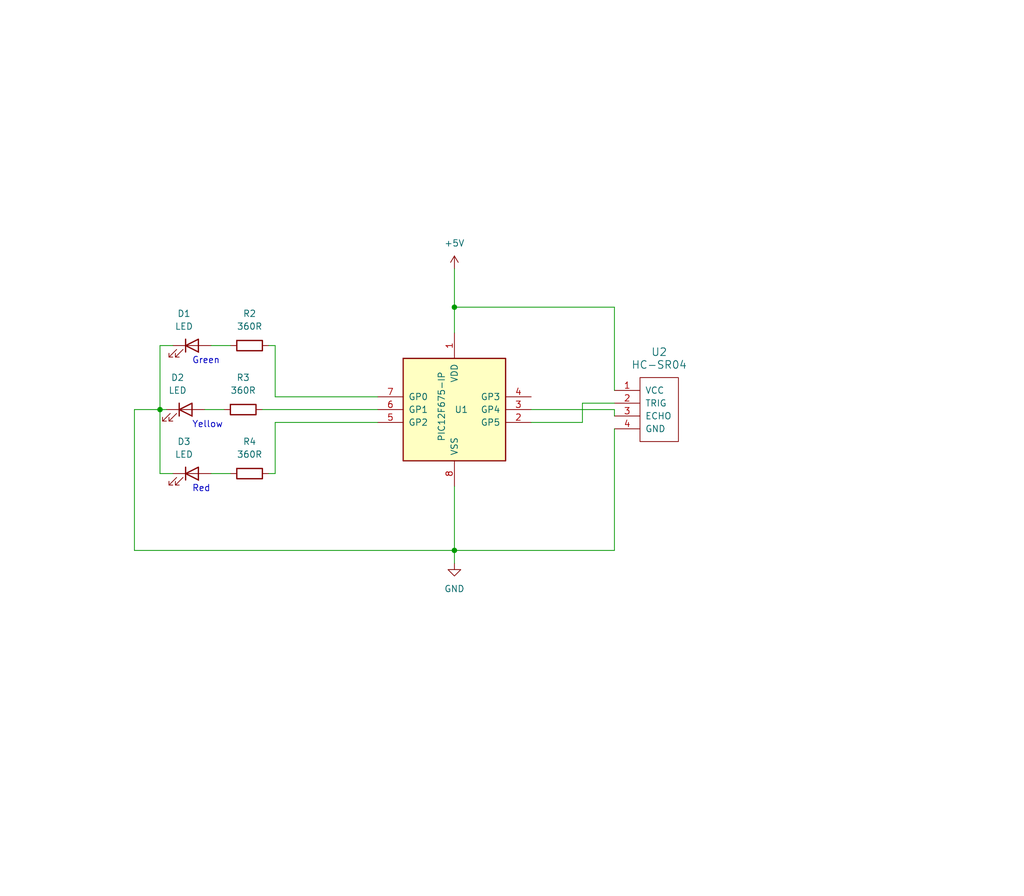
<source format=kicad_sch>
(kicad_sch (version 20230121) (generator eeschema)
  (paper "User" 203.2 177.8)
  (title_block (title "PIC16F628A for Beginners - 1") (company "Ricardo Lima Caratti") (comment 1 "Distance Indicator wirh HC-S04  and Three LEDs using the PIC12F675. "))
  (lib_symbols
    (symbol "Device:LED" (pin_numbers hide) (pin_names (offset 1.016) hide)
      (property "Reference" "D" (at 0 2.54 0))
      (property "Value" "LED" (at 0 -2.54 0))
      (symbol "LED_0_1"
        (polyline (pts (xy -1.27 -1.27) (xy -1.27 1.27)) (stroke (width 0.254)))
        (polyline (pts (xy -1.27 0) (xy 1.27 0)))
        (polyline (pts (xy 1.27 -1.27) (xy 1.27 1.27) (xy -1.27 0) (xy 1.27 -1.27)) (stroke (width 0.254)))
        (polyline (pts (xy -3.048 -0.762) (xy -4.572 -2.286) (xy -3.81 -2.286) (xy -4.572 -2.286) (xy -4.572 -1.524)))
        (polyline (pts (xy -1.778 -0.762) (xy -3.302 -2.286) (xy -2.54 -2.286) (xy -3.302 -2.286) (xy -3.302 -1.524)))
      )
      (symbol "LED_1_1"
        (pin passive line (at -3.81 0 0) (length 2.54) (name "K") (number "1"))
        (pin passive line (at 3.81 0 180) (length 2.54) (name "A") (number "2"))
      )
    )
    (symbol "Device:R" (pin_numbers hide) (pin_names (offset 0))
      (property "Reference" "R" (at 2.032 0 90))
      (property "Value" "R" (at 0 0 90))
      (symbol "R_0_1"
        (rectangle (start -1.016 -2.54) (end 1.016 2.54) (stroke (width 0.254)))
      )
      (symbol "R_1_1"
        (pin passive line (at 0 3.81 270) (length 1.27) (name "~") (number "1"))
        (pin passive line (at 0 -3.81 90) (length 1.27) (name "~") (number "2"))
      )
    )
    (symbol "MCU_Microchip_PIC12:PIC12F675-IP" (pin_names (offset 1.016))
      (property "Reference" "U" (at 1.27 13.97 0))
      (property "Value" "PIC12F675-IP" (at 1.27 11.43 0))
      (symbol "PIC12F675-IP_0_1"
        (rectangle (start 10.16 -10.16) (end -10.16 10.16) (stroke (width 0.254)) (fill (type background)))
      )
      (symbol "PIC12F675-IP_1_1"
        (pin power_in line (at 0 15.24 270) (length 5.08) (name "VDD") (number "1"))
        (pin bidirectional line (at 15.24 -2.54 180) (length 5.08) (name "GP5") (number "2"))
        (pin bidirectional line (at 15.24 0 180) (length 5.08) (name "GP4") (number "3"))
        (pin input line (at 15.24 2.54 180) (length 5.08) (name "GP3") (number "4"))
        (pin bidirectional line (at -15.24 -2.54 0) (length 5.08) (name "GP2") (number "5"))
        (pin bidirectional line (at -15.24 0 0) (length 5.08) (name "GP1") (number "6"))
        (pin bidirectional line (at -15.24 2.54 0) (length 5.08) (name "GP0") (number "7"))
        (pin power_in line (at 0 -15.24 90) (length 5.08) (name "VSS") (number "8"))
      )
    )
    (symbol "hc-sr04:HC-SR04" (pin_names (offset 1.016))
      (property "Reference" "U" (at -6.35 -7.62 0))
      (property "Value" "HC-SR04" (at -2.54 7.62 0))
      (symbol "HC-SR04_0_1"
        (rectangle (start 0 6.35) (end -7.62 -6.35))
      )
      (symbol "HC-SR04_1_1"
        (pin input line (at 5.08 3.81 180) (length 5.08) (name "VCC") (number "1"))
        (pin input line (at 5.08 1.27 180) (length 5.08) (name "TRIG") (number "2"))
        (pin input line (at 5.08 -1.27 180) (length 5.08) (name "ECHO") (number "3"))
        (pin input line (at 5.08 -3.81 180) (length 5.08) (name "GND") (number "4"))
      )
    )
    (symbol "power:+5V" (power) (pin_names (offset 0))
      (property "Value" "+5V" (at 0 3.556 0))
      (symbol "+5V_0_1"
        (polyline (pts (xy -0.762 1.27) (xy 0 2.54)))
        (polyline (pts (xy 0 0) (xy 0 2.54)))
        (polyline (pts (xy 0 2.54) (xy 0.762 1.27)))
      )
      (symbol "+5V_1_1"
        (pin power_in line (at 0 0 90) (length 0) hide (name "+5V") (number "1"))
      )
    )
    (symbol "power:GND" (power) (pin_names (offset 0))
      (property "Value" "GND" (at 0 -3.81 0))
      (symbol "GND_0_1"
        (polyline (pts (xy 0 0) (xy 0 -1.27) (xy 1.27 -1.27) (xy 0 -2.54) (xy -1.27 -1.27) (xy 0 -1.27)))
      )
      (symbol "GND_1_1"
        (pin power_in line (at 0 0 270) (length 0) hide (name "GND") (number "1"))
      )
    )
  )
  (junction (at 90.17 109.22))
  (junction (at 31.75 81.28))
  (junction (at 90.17 60.96))
  (wire (pts (xy 41.91 68.58) (xy 45.72 68.58)))
  (wire (pts (xy 41.91 93.98) (xy 45.72 93.98)))
  (wire (pts (xy 54.61 78.74) (xy 74.93 78.74)))
  (wire (pts (xy 90.17 109.22) (xy 90.17 111.76)))
  (wire (pts (xy 52.07 81.28) (xy 74.93 81.28)))
  (wire (pts (xy 121.92 109.22) (xy 90.17 109.22)))
  (wire (pts (xy 121.92 85.09) (xy 121.92 109.22)))
  (wire (pts (xy 31.75 81.28) (xy 33.02 81.28)))
  (wire (pts (xy 31.75 68.58) (xy 31.75 81.28)))
  (wire (pts (xy 54.61 68.58) (xy 54.61 78.74)))
  (wire (pts (xy 90.17 53.34) (xy 90.17 60.96)))
  (wire (pts (xy 121.92 60.96) (xy 90.17 60.96)))
  (wire (pts (xy 26.67 81.28) (xy 31.75 81.28)))
  (wire (pts (xy 54.61 83.82) (xy 74.93 83.82)))
  (wire (pts (xy 90.17 60.96) (xy 90.17 66.04)))
  (wire (pts (xy 34.29 68.58) (xy 31.75 68.58)))
  (wire (pts (xy 105.41 83.82) (xy 115.57 83.82)))
  (wire (pts (xy 90.17 109.22) (xy 26.67 109.22)))
  (wire (pts (xy 105.41 81.28) (xy 121.92 81.28)))
  (wire (pts (xy 26.67 109.22) (xy 26.67 81.28)))
  (wire (pts (xy 34.29 93.98) (xy 31.75 93.98)))
  (wire (pts (xy 121.92 80.01) (xy 115.57 80.01)))
  (wire (pts (xy 121.92 81.28) (xy 121.92 82.55)))
  (wire (pts (xy 31.75 81.28) (xy 31.75 93.98)))
  (wire (pts (xy 121.92 77.47) (xy 121.92 60.96)))
  (wire (pts (xy 53.34 68.58) (xy 54.61 68.58)))
  (wire (pts (xy 54.61 93.98) (xy 54.61 83.82)))
  (wire (pts (xy 90.17 96.52) (xy 90.17 109.22)))
  (wire (pts (xy 115.57 80.01) (xy 115.57 83.82)))
  (wire (pts (xy 53.34 93.98) (xy 54.61 93.98)))
  (wire (pts (xy 40.64 81.28) (xy 44.45 81.28)))
  (text "Green" (at 38.1 72.39 0) (effects (font (size 1.27 1.27)) (justify left bottom)))
  (text "Yellow" (at 38.1 85.09 0) (effects (font (size 1.27 1.27)) (justify left bottom)))
  (text "Red" (at 38.1 97.79 0) (effects (font (size 1.27 1.27)) (justify left bottom)))
  (symbol (lib_id "Device:LED") (at 38.1 93.98 0) (unit 1)
    (property "Reference" "D3" (at 36.5125 87.63 0))
    (property "Value" "LED" (at 36.5125 90.17 0))
  )
  (symbol (lib_id "power:+5V") (at 90.17 53.34 0) (unit 1)
    (property "Reference" "#PWR01" (effects hide))
    (property "Value" "+5V" (at 90.17 48.26 0))
  )
  (symbol (lib_id "hc-sr04:HC-SR04") (at 127 81.28 0) (mirror y) (unit 1)
    (property "Reference" "U2" (at 130.81 69.85 0) (effects (font (size 1.524 1.524))))
    (property "Value" "HC-SR04" (at 130.81 72.39 0) (effects (font (size 1.524 1.524))))
  )
  (symbol (lib_id "MCU_Microchip_PIC12:PIC12F675-IP") (at 90.17 81.28 0) (unit 1)
    (property "Reference" "U1" (at 90.17 81.28 0) (effects (justify left)))
    (property "Value" "PIC12F675-IP" (at 87.63 87.63 90) (effects (justify left)))
    (property "Footprint" "Package_DIP:DIP-8_W7.62mm" (effects hide))
    (property "Datasheet" "http://ww1.microchip.com/downloads/en/DeviceDoc/41190G.pdf" (effects hide))
  )
  (symbol (lib_id "Device:LED") (at 36.83 81.28 0) (unit 1)
    (property "Reference" "D2" (at 35.2425 74.93 0))
    (property "Value" "LED" (at 35.2425 77.47 0))
  )
  (symbol (lib_id "Device:R") (at 49.53 68.58 90) (unit 1)
    (property "Reference" "R2" (at 49.53 62.23 90))
    (property "Value" "360R" (at 49.53 64.77 90))
  )
  (symbol (lib_id "Device:R") (at 49.53 93.98 90) (unit 1)
    (property "Reference" "R4" (at 49.53 87.63 90))
    (property "Value" "360R" (at 49.53 90.17 90))
  )
  (symbol (lib_id "Device:LED") (at 38.1 68.58 0) (unit 1)
    (property "Reference" "D1" (at 36.5125 62.23 0))
    (property "Value" "LED" (at 36.5125 64.77 0))
  )
  (symbol (lib_id "power:GND") (at 90.17 111.76 0) (unit 1)
    (property "Reference" "#PWR02" (effects hide))
    (property "Value" "GND" (at 90.17 116.84 0))
  )
  (symbol (lib_id "Device:R") (at 48.26 81.28 90) (unit 1)
    (property "Reference" "R3" (at 48.26 74.93 90))
    (property "Value" "360R" (at 48.26 77.47 90))
  )
)
</source>
